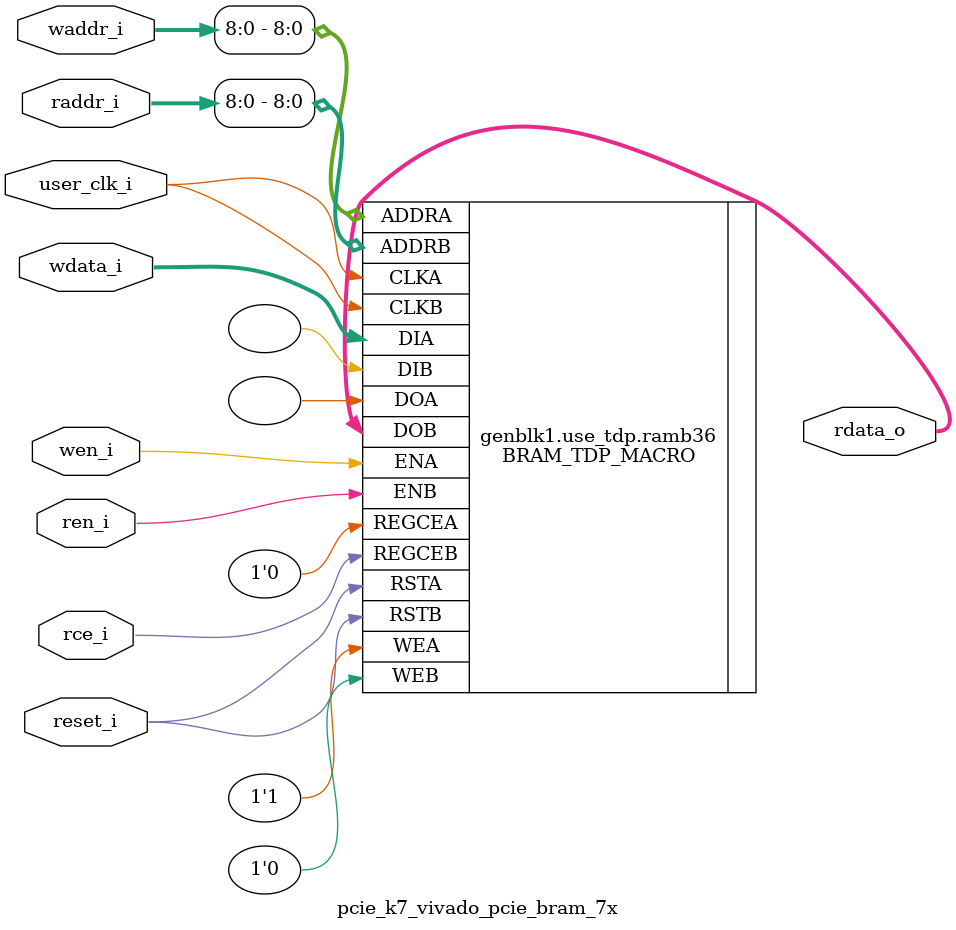
<source format=v>

`timescale 1ps/1ps

(* DowngradeIPIdentifiedWarnings = "yes" *)
module pcie_k7_vivado_pcie_bram_7x
  #(
    parameter [3:0]  LINK_CAP_MAX_LINK_SPEED = 4'h1,        // PCIe Link Speed : 1 - 2.5 GT/s; 2 - 5.0 GT/s
    parameter [5:0]  LINK_CAP_MAX_LINK_WIDTH = 6'h08,       // PCIe Link Width : 1 / 2 / 4 / 8
    parameter IMPL_TARGET = "HARD",                         // the implementation target : HARD, SOFT
    parameter DOB_REG = 0,                                  // 1 - use the output register;
                                                            // 0 - don't use the output register
    parameter WIDTH = 0                                     // supported WIDTH's : 4, 9, 18, 36 - uses RAMB36
                                                            //                     72 - uses RAMB36SDP
    )
    (
     input               user_clk_i,// user clock
     input               reset_i,   // bram reset

     input               wen_i,     // write enable
     input [12:0]        waddr_i,   // write address
     input [WIDTH - 1:0] wdata_i,   // write data

     input               ren_i,     // read enable
     input               rce_i,     // output register clock enable
     input [12:0]        raddr_i,   // read address

     output [WIDTH - 1:0] rdata_o   // read data
     );

   // map the address bits
   localparam ADDR_MSB = ((WIDTH == 4)  ? 12 :
                          (WIDTH == 9)  ? 11 :
                          (WIDTH == 18) ? 10 :
                          (WIDTH == 36) ?  9 :
                                           8
                          );

   // set the width of the tied off low address bits
   localparam ADDR_LO_BITS = ((WIDTH == 4)  ? 2 :
                              (WIDTH == 9)  ? 3 :
                              (WIDTH == 18) ? 4 :
                              (WIDTH == 36) ? 5 :
                                              0 // for WIDTH 72 use RAMB36SDP
                              );

   // map the data bits
   localparam D_MSB =  ((WIDTH == 4)  ?  3 :
                        (WIDTH == 9)  ?  7 :
                        (WIDTH == 18) ? 15 :
                        (WIDTH == 36) ? 31 :
                                        63
                        );

   // map the data parity bits
   localparam DP_LSB =  D_MSB + 1;

   localparam DP_MSB =  ((WIDTH == 4)  ? 4 :
                         (WIDTH == 9)  ? 8 :
                         (WIDTH == 18) ? 17 :
                         (WIDTH == 36) ? 35 :
                                         71
                        );

   localparam DPW = DP_MSB - DP_LSB + 1;
   localparam WRITE_MODE = ((WIDTH == 72) && (!((LINK_CAP_MAX_LINK_SPEED == 4'h2) && (LINK_CAP_MAX_LINK_WIDTH == 6'h08)))) ? "WRITE_FIRST" :
                           ((LINK_CAP_MAX_LINK_SPEED == 4'h2) && (LINK_CAP_MAX_LINK_WIDTH == 6'h08)) ? "WRITE_FIRST" : "NO_CHANGE";

   localparam DEVICE = (IMPL_TARGET == "HARD") ? "7SERIES" : "VIRTEX6";
   localparam BRAM_SIZE = "36Kb";

   localparam WE_WIDTH =(DEVICE == "VIRTEX5" || DEVICE == "VIRTEX6" || DEVICE == "7SERIES") ?
                            ((WIDTH <= 9) ? 1 :
                             (WIDTH > 9 && WIDTH <= 18) ? 2 :
                             (WIDTH > 18 && WIDTH <= 36) ? 4 :
                             (WIDTH > 36 && WIDTH <= 72) ? 8 :
                             (BRAM_SIZE == "18Kb") ? 4 : 8 ) : 8;

   //synthesis translate_off
   initial begin
      //$display("[%t] %m DOB_REG %0d WIDTH %0d ADDR_MSB %0d ADDR_LO_BITS %0d DP_MSB %0d DP_LSB %0d D_MSB %0d",
      //          $time, DOB_REG,   WIDTH,    ADDR_MSB,    ADDR_LO_BITS,    DP_MSB,    DP_LSB,    D_MSB);

      case (WIDTH)
        4,9,18,36,72:;
        default:
          begin
             $display("[%t] %m Error WIDTH %0d not supported", $time, WIDTH);
             $finish;
          end
      endcase // case (WIDTH)
   end
   //synthesis translate_on

   generate
   if ((LINK_CAP_MAX_LINK_WIDTH == 6'h08 && LINK_CAP_MAX_LINK_SPEED == 4'h2) || (WIDTH == 72)) begin : use_sdp
        BRAM_SDP_MACRO #(
               .DEVICE        (DEVICE),
               .BRAM_SIZE     (BRAM_SIZE),
               .DO_REG        (DOB_REG),
               .READ_WIDTH    (WIDTH),
               .WRITE_WIDTH   (WIDTH),
               .WRITE_MODE    (WRITE_MODE)
               )
        ramb36sdp(
               .DO             (rdata_o[WIDTH-1:0]),
               .DI             (wdata_i[WIDTH-1:0]),
               .RDADDR         (raddr_i[ADDR_MSB:0]),
               .RDCLK          (user_clk_i),
               .RDEN           (ren_i),
               .REGCE          (rce_i),
               .RST            (reset_i),
               .WE             ({WE_WIDTH{1'b1}}),
               .WRADDR         (waddr_i[ADDR_MSB:0]),
               .WRCLK          (user_clk_i),
               .WREN           (wen_i)
               );

    end  // block: use_sdp
    else if (WIDTH <= 36) begin : use_tdp
    // use RAMB36's if the width is 4, 9, 18, or 36
        BRAM_TDP_MACRO #(
               .DEVICE        (DEVICE),
               .BRAM_SIZE     (BRAM_SIZE),
               .DOA_REG       (0),
               .DOB_REG       (DOB_REG),
               .READ_WIDTH_A  (WIDTH),
               .READ_WIDTH_B  (WIDTH),
               .WRITE_WIDTH_A (WIDTH),
               .WRITE_WIDTH_B (WIDTH),
               .WRITE_MODE_A  (WRITE_MODE)
               )
        ramb36(
               .DOA            (),
               .DOB            (rdata_o[WIDTH-1:0]),
               .ADDRA          (waddr_i[ADDR_MSB:0]),
               .ADDRB          (raddr_i[ADDR_MSB:0]),
               .CLKA           (user_clk_i),
               .CLKB           (user_clk_i),
               .DIA            (wdata_i[WIDTH-1:0]),
               .DIB            ({WIDTH{1'b0}}),
               .ENA            (wen_i),
               .ENB            (ren_i),
               .REGCEA         (1'b0),
               .REGCEB         (rce_i),
               .RSTA           (reset_i),
               .RSTB           (reset_i),
               .WEA            ({WE_WIDTH{1'b1}}),
               .WEB            ({WE_WIDTH{1'b0}})
               );
   end // block: use_tdp
   endgenerate

endmodule // pcie_bram_7x


</source>
